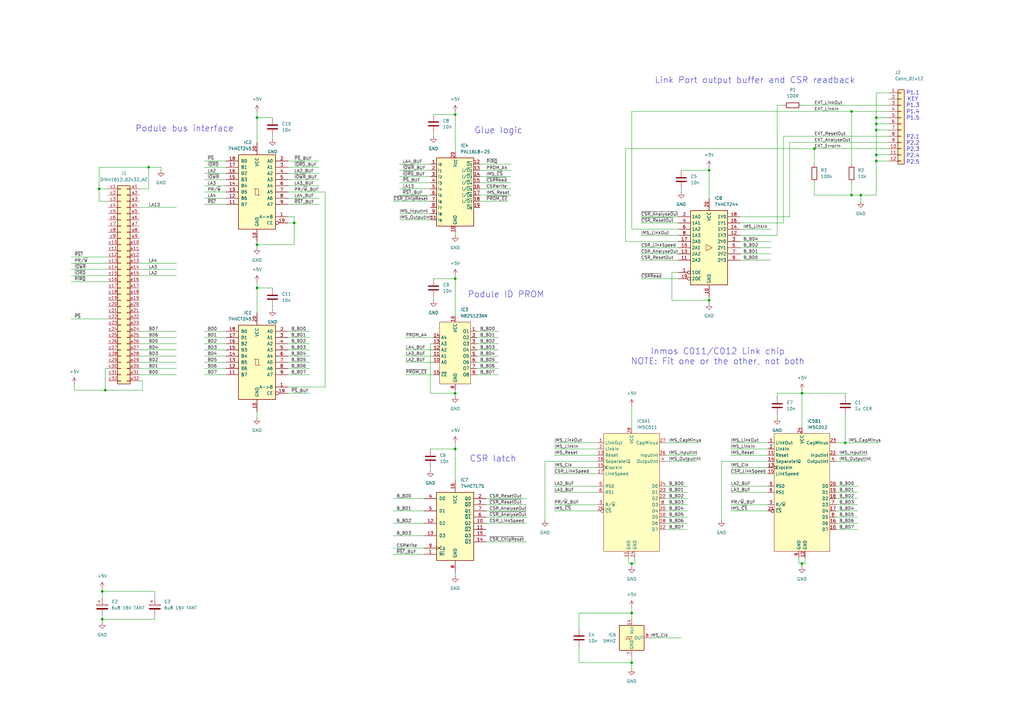
<source format=kicad_sch>
(kicad_sch (version 20250114) (generator "eeschema") (generator_version "9.0")
  (paper "A3")
  (title_block (title "TRANSPUTER LINK PODULE") (rev "ISS 1") (company "Gnome Computers Ltd, 1989") (comment 1 "Recreated by Phil Pemberton"))
  (text "Podule ID PROM" (at 207.518 120.904 0) (effects (font (size 2.54 2.54))))
  (text "Podule bus interface" (at 75.692 52.832 0) (effects (font (size 2.54 2.54))))
  (text "Glue logic" (at 204.47 53.594 0) (effects (font (size 2.54 2.54))))
  (text "CSR latch" (at 202.184 188.214 0) (effects (font (size 2.54 2.54))))
  (text "Link Port output buffer and CSR readback" (at 309.626 33.02 0) (effects (font (size 2.54 2.54))))
  (text "Inmos C011/C012 Link chip\nNOTE: Fit one or the other, not both" (at 294.386 146.304 0) (effects (font (size 2.54 2.54))))
  (text "P1.1\nKEY\nP1.3\nP1.4\nP1.5\n\n\nP2.1\nP2.2\nP2.3\nP2.4\nP2.5" (at 374.396 52.324 0) (effects (font (size 1.6 1.6))))
  (junction (at 359.41 50.8))
  (junction (at 40.64 77.47))
  (junction (at 259.08 231.14))
  (junction (at 359.41 66.04))
  (junction (at 359.41 53.34))
  (junction (at 186.69 46.99))
  (junction (at 105.41 48.26))
  (junction (at 328.93 161.29))
  (junction (at 120.65 91.44))
  (junction (at 41.91 242.57))
  (junction (at 186.69 184.15))
  (junction (at 290.83 123.19))
  (junction (at 259.08 251.46))
  (junction (at 346.71 181.61))
  (junction (at 186.69 161.29))
  (junction (at 349.25 45.72))
  (junction (at 359.41 63.5))
  (junction (at 60.96 68.58))
  (junction (at 349.25 80.01))
  (junction (at 359.41 48.26))
  (junction (at 43.18 160.02))
  (junction (at 334.01 60.96))
  (junction (at 105.41 118.11))
  (junction (at 41.91 254))
  (junction (at 328.93 231.14))
  (junction (at 105.41 100.33))
  (junction (at 259.08 271.78))
  (junction (at 353.06 80.01))
  (junction (at 186.69 114.3))
  (junction (at 290.83 69.85))
  (wire (pts (xy 57.15 110.49) (xy 72.39 110.49)))
  (wire (pts (xy 256.54 99.06) (xy 256.54 60.96)))
  (wire (pts (xy 105.41 101.6) (xy 105.41 100.33)))
  (wire (pts (xy 299.72 181.61) (xy 314.96 181.61)))
  (wire (pts (xy 273.05 212.09) (xy 281.94 212.09)))
  (wire (pts (xy 83.82 81.28) (xy 92.71 81.28)))
  (wire (pts (xy 105.41 48.26) (xy 111.76 48.26)))
  (wire (pts (xy 259.08 45.72) (xy 349.25 45.72)))
  (wire (pts (xy 83.82 83.82) (xy 92.71 83.82)))
  (wire (pts (xy 199.39 212.09) (xy 215.9 212.09)))
  (wire (pts (xy 57.15 135.89) (xy 72.39 135.89)))
  (wire (pts (xy 111.76 55.88) (xy 111.76 57.15)))
  (wire (pts (xy 199.39 204.47) (xy 215.9 204.47)))
  (wire (pts (xy 227.33 201.93) (xy 245.11 201.93)))
  (wire (pts (xy 279.4 77.47) (xy 279.4 78.74)))
  (wire (pts (xy 105.41 48.26) (xy 105.41 58.42)))
  (wire (pts (xy 195.58 153.67) (xy 204.47 153.67)))
  (wire (pts (xy 278.13 111.76) (xy 275.59 111.76)))
  (wire (pts (xy 364.49 50.8) (xy 359.41 50.8)))
  (wire (pts (xy 177.8 46.99) (xy 186.69 46.99)))
  (wire (pts (xy 118.11 66.04) (xy 130.81 66.04)))
  (wire (pts (xy 318.77 96.52) (xy 318.77 43.18)))
  (wire (pts (xy 237.49 251.46) (xy 259.08 251.46)))
  (wire (pts (xy 83.82 73.66) (xy 92.71 73.66)))
  (wire (pts (xy 166.37 153.67) (xy 177.8 153.67)))
  (wire (pts (xy 57.15 153.67) (xy 72.39 153.67)))
  (wire (pts (xy 334.01 60.96) (xy 334.01 67.31)))
  (wire (pts (xy 196.85 82.55) (xy 208.28 82.55)))
  (wire (pts (xy 290.83 123.19) (xy 290.83 124.46)))
  (wire (pts (xy 83.82 153.67) (xy 92.71 153.67)))
  (wire (pts (xy 303.53 106.68) (xy 316.23 106.68)))
  (wire (pts (xy 58.42 160.02) (xy 58.42 156.21)))
  (wire (pts (xy 118.11 78.74) (xy 133.35 78.74)))
  (wire (pts (xy 299.72 209.55) (xy 314.96 209.55)))
  (wire (pts (xy 41.91 241.3) (xy 41.91 242.57)))
  (wire (pts (xy 262.89 88.9) (xy 278.13 88.9)))
  (wire (pts (xy 328.93 161.29) (xy 346.71 161.29)))
  (wire (pts (xy 163.83 87.63) (xy 176.53 87.63)))
  (wire (pts (xy 273.05 201.93) (xy 281.94 201.93)))
  (wire (pts (xy 279.4 69.85) (xy 290.83 69.85)))
  (wire (pts (xy 328.93 160.02) (xy 328.93 161.29)))
  (wire (pts (xy 353.06 80.01) (xy 353.06 82.55)))
  (wire (pts (xy 83.82 76.2) (xy 92.71 76.2)))
  (wire (pts (xy 359.41 66.04) (xy 359.41 80.01)))
  (wire (pts (xy 41.91 254) (xy 63.5 254)))
  (wire (pts (xy 262.89 104.14) (xy 278.13 104.14)))
  (wire (pts (xy 105.41 118.11) (xy 105.41 128.27)))
  (wire (pts (xy 321.31 91.44) (xy 303.53 91.44)))
  (wire (pts (xy 118.11 153.67) (xy 127 153.67)))
  (wire (pts (xy 334.01 74.93) (xy 334.01 80.01)))
  (wire (pts (xy 43.18 151.13) (xy 43.18 160.02)))
  (wire (pts (xy 105.41 45.72) (xy 105.41 48.26)))
  (wire (pts (xy 29.21 130.81) (xy 44.45 130.81)))
  (wire (pts (xy 295.91 189.23) (xy 314.96 189.23)))
  (wire (pts (xy 290.83 121.92) (xy 290.83 123.19)))
  (wire (pts (xy 57.15 151.13) (xy 72.39 151.13)))
  (wire (pts (xy 223.52 213.36) (xy 223.52 189.23)))
  (wire (pts (xy 57.15 143.51) (xy 72.39 143.51)))
  (wire (pts (xy 327.66 228.6) (xy 327.66 231.14)))
  (wire (pts (xy 41.91 242.57) (xy 41.91 245.11)))
  (wire (pts (xy 83.82 135.89) (xy 92.71 135.89)))
  (wire (pts (xy 273.05 207.01) (xy 281.94 207.01)))
  (wire (pts (xy 328.93 43.18) (xy 364.49 43.18)))
  (wire (pts (xy 275.59 123.19) (xy 290.83 123.19)))
  (wire (pts (xy 195.58 151.13) (xy 204.47 151.13)))
  (wire (pts (xy 359.41 50.8) (xy 359.41 48.26)))
  (wire (pts (xy 118.11 76.2) (xy 130.81 76.2)))
  (wire (pts (xy 299.72 194.31) (xy 314.96 194.31)))
  (wire (pts (xy 118.11 151.13) (xy 127 151.13)))
  (wire (pts (xy 60.96 68.58) (xy 60.96 77.47)))
  (wire (pts (xy 299.72 199.39) (xy 314.96 199.39)))
  (wire (pts (xy 43.18 160.02) (xy 58.42 160.02)))
  (wire (pts (xy 177.8 121.92) (xy 177.8 123.19)))
  (wire (pts (xy 349.25 67.31) (xy 349.25 45.72)))
  (wire (pts (xy 195.58 138.43) (xy 204.47 138.43)))
  (wire (pts (xy 303.53 99.06) (xy 316.23 99.06)))
  (wire (pts (xy 44.45 77.47) (xy 40.64 77.47)))
  (wire (pts (xy 83.82 148.59) (xy 92.71 148.59)))
  (wire (pts (xy 120.65 91.44) (xy 120.65 100.33)))
  (wire (pts (xy 227.33 207.01) (xy 245.11 207.01)))
  (wire (pts (xy 303.53 93.98) (xy 316.23 93.98)))
  (wire (pts (xy 321.31 55.88) (xy 321.31 91.44)))
  (wire (pts (xy 299.72 201.93) (xy 314.96 201.93)))
  (wire (pts (xy 262.89 101.6) (xy 278.13 101.6)))
  (wire (pts (xy 163.83 67.31) (xy 176.53 67.31)))
  (wire (pts (xy 120.65 88.9) (xy 120.65 91.44)))
  (wire (pts (xy 299.72 184.15) (xy 314.96 184.15)))
  (wire (pts (xy 105.41 99.06) (xy 105.41 100.33)))
  (wire (pts (xy 166.37 138.43) (xy 177.8 138.43)))
  (wire (pts (xy 295.91 213.36) (xy 295.91 189.23)))
  (wire (pts (xy 196.85 74.93) (xy 209.55 74.93)))
  (wire (pts (xy 161.29 82.55) (xy 176.53 82.55)))
  (wire (pts (xy 29.21 113.03) (xy 44.45 113.03)))
  (wire (pts (xy 342.9 204.47) (xy 351.79 204.47)))
  (wire (pts (xy 328.93 161.29) (xy 328.93 175.26)))
  (wire (pts (xy 161.29 214.63) (xy 173.99 214.63)))
  (wire (pts (xy 346.71 161.29) (xy 346.71 162.56)))
  (wire (pts (xy 195.58 143.51) (xy 204.47 143.51)))
  (wire (pts (xy 364.49 60.96) (xy 334.01 60.96)))
  (wire (pts (xy 57.15 85.09) (xy 72.39 85.09)))
  (wire (pts (xy 83.82 146.05) (xy 92.71 146.05)))
  (wire (pts (xy 199.39 214.63) (xy 215.9 214.63)))
  (wire (pts (xy 118.11 135.89) (xy 127 135.89)))
  (wire (pts (xy 29.21 115.57) (xy 44.45 115.57)))
  (wire (pts (xy 29.21 105.41) (xy 44.45 105.41)))
  (wire (pts (xy 66.04 68.58) (xy 66.04 69.85)))
  (wire (pts (xy 177.8 114.3) (xy 186.69 114.3)))
  (wire (pts (xy 303.53 96.52) (xy 318.77 96.52)))
  (wire (pts (xy 299.72 186.69) (xy 314.96 186.69)))
  (wire (pts (xy 259.08 166.37) (xy 259.08 175.26)))
  (wire (pts (xy 196.85 67.31) (xy 209.55 67.31)))
  (wire (pts (xy 133.35 78.74) (xy 133.35 158.75)))
  (wire (pts (xy 195.58 146.05) (xy 204.47 146.05)))
  (wire (pts (xy 262.89 96.52) (xy 278.13 96.52)))
  (wire (pts (xy 186.69 184.15) (xy 186.69 196.85)))
  (wire (pts (xy 199.39 207.01) (xy 215.9 207.01)))
  (wire (pts (xy 259.08 248.92) (xy 259.08 251.46)))
  (wire (pts (xy 118.11 81.28) (xy 130.81 81.28)))
  (wire (pts (xy 186.69 46.99) (xy 186.69 62.23)))
  (wire (pts (xy 118.11 161.29) (xy 127 161.29)))
  (wire (pts (xy 328.93 161.29) (xy 318.77 161.29)))
  (wire (pts (xy 60.96 68.58) (xy 66.04 68.58)))
  (wire (pts (xy 163.83 72.39) (xy 176.53 72.39)))
  (wire (pts (xy 259.08 269.24) (xy 259.08 271.78)))
  (wire (pts (xy 186.69 114.3) (xy 186.69 113.03)))
  (wire (pts (xy 328.93 231.14) (xy 330.2 231.14)))
  (wire (pts (xy 186.69 181.61) (xy 186.69 184.15)))
  (wire (pts (xy 262.89 91.44) (xy 278.13 91.44)))
  (wire (pts (xy 299.72 191.77) (xy 314.96 191.77)))
  (wire (pts (xy 342.9 212.09) (xy 351.79 212.09)))
  (wire (pts (xy 257.81 228.6) (xy 257.81 231.14)))
  (wire (pts (xy 318.77 170.18) (xy 318.77 171.45)))
  (wire (pts (xy 321.31 55.88) (xy 364.49 55.88)))
  (wire (pts (xy 259.08 45.72) (xy 259.08 93.98)))
  (wire (pts (xy 195.58 135.89) (xy 204.47 135.89)))
  (wire (pts (xy 40.64 68.58) (xy 60.96 68.58)))
  (wire (pts (xy 364.49 63.5) (xy 359.41 63.5)))
  (wire (pts (xy 273.05 181.61) (xy 287.02 181.61)))
  (wire (pts (xy 44.45 82.55) (xy 40.64 82.55)))
  (wire (pts (xy 273.05 217.17) (xy 281.94 217.17)))
  (wire (pts (xy 118.11 88.9) (xy 120.65 88.9)))
  (wire (pts (xy 177.8 54.61) (xy 177.8 55.88)))
  (wire (pts (xy 199.39 222.25) (xy 215.9 222.25)))
  (wire (pts (xy 63.5 252.73) (xy 63.5 254)))
  (wire (pts (xy 359.41 63.5) (xy 359.41 53.34)))
  (wire (pts (xy 342.9 189.23) (xy 355.6 189.23)))
  (wire (pts (xy 118.11 143.51) (xy 127 143.51)))
  (wire (pts (xy 227.33 209.55) (xy 245.11 209.55)))
  (wire (pts (xy 118.11 71.12) (xy 130.81 71.12)))
  (wire (pts (xy 186.69 46.99) (xy 186.69 45.72)))
  (wire (pts (xy 83.82 78.74) (xy 92.71 78.74)))
  (wire (pts (xy 166.37 148.59) (xy 177.8 148.59)))
  (wire (pts (xy 290.83 68.58) (xy 290.83 69.85)))
  (wire (pts (xy 327.66 231.14) (xy 328.93 231.14)))
  (wire (pts (xy 257.81 231.14) (xy 259.08 231.14)))
  (wire (pts (xy 41.91 254) (xy 41.91 255.27)))
  (wire (pts (xy 29.21 110.49) (xy 44.45 110.49)))
  (wire (pts (xy 342.9 207.01) (xy 351.79 207.01)))
  (wire (pts (xy 342.9 214.63) (xy 351.79 214.63)))
  (wire (pts (xy 299.72 207.01) (xy 314.96 207.01)))
  (wire (pts (xy 83.82 143.51) (xy 92.71 143.51)))
  (wire (pts (xy 275.59 111.76) (xy 275.59 123.19)))
  (wire (pts (xy 349.25 74.93) (xy 349.25 80.01)))
  (wire (pts (xy 259.08 271.78) (xy 259.08 274.32)))
  (wire (pts (xy 323.85 58.42) (xy 364.49 58.42)))
  (wire (pts (xy 118.11 148.59) (xy 127 148.59)))
  (wire (pts (xy 161.29 227.33) (xy 173.99 227.33)))
  (wire (pts (xy 40.64 77.47) (xy 40.64 68.58)))
  (wire (pts (xy 237.49 265.43) (xy 237.49 271.78)))
  (wire (pts (xy 105.41 168.91) (xy 105.41 171.45)))
  (wire (pts (xy 163.83 77.47) (xy 176.53 77.47)))
  (wire (pts (xy 273.05 209.55) (xy 281.94 209.55)))
  (wire (pts (xy 196.85 69.85) (xy 209.55 69.85)))
  (wire (pts (xy 359.41 53.34) (xy 359.41 50.8)))
  (wire (pts (xy 161.29 204.47) (xy 173.99 204.47)))
  (wire (pts (xy 120.65 100.33) (xy 105.41 100.33)))
  (wire (pts (xy 290.83 69.85) (xy 290.83 81.28)))
  (wire (pts (xy 57.15 140.97) (xy 72.39 140.97)))
  (wire (pts (xy 342.9 209.55) (xy 351.79 209.55)))
  (wire (pts (xy 57.15 146.05) (xy 72.39 146.05)))
  (wire (pts (xy 41.91 242.57) (xy 63.5 242.57)))
  (wire (pts (xy 266.7 261.62) (xy 279.4 261.62)))
  (wire (pts (xy 256.54 60.96) (xy 334.01 60.96)))
  (wire (pts (xy 273.05 186.69) (xy 285.75 186.69)))
  (wire (pts (xy 273.05 214.63) (xy 281.94 214.63)))
  (wire (pts (xy 57.15 107.95) (xy 72.39 107.95)))
  (wire (pts (xy 186.69 160.02) (xy 186.69 161.29)))
  (wire (pts (xy 120.65 91.44) (xy 118.11 91.44)))
  (wire (pts (xy 273.05 189.23) (xy 285.75 189.23)))
  (wire (pts (xy 40.64 82.55) (xy 40.64 77.47)))
  (wire (pts (xy 323.85 88.9) (xy 323.85 58.42)))
  (wire (pts (xy 57.15 77.47) (xy 60.96 77.47)))
  (wire (pts (xy 359.41 63.5) (xy 359.41 66.04)))
  (wire (pts (xy 196.85 80.01) (xy 209.55 80.01)))
  (wire (pts (xy 57.15 138.43) (xy 72.39 138.43)))
  (wire (pts (xy 83.82 151.13) (xy 92.71 151.13)))
  (wire (pts (xy 105.41 115.57) (xy 105.41 118.11)))
  (wire (pts (xy 195.58 148.59) (xy 204.47 148.59)))
  (wire (pts (xy 177.8 140.97) (xy 176.53 140.97)))
  (wire (pts (xy 176.53 191.77) (xy 176.53 193.04)))
  (wire (pts (xy 118.11 68.58) (xy 130.81 68.58)))
  (wire (pts (xy 330.2 228.6) (xy 330.2 231.14)))
  (wire (pts (xy 346.71 181.61) (xy 360.68 181.61)))
  (wire (pts (xy 176.53 184.15) (xy 186.69 184.15)))
  (wire (pts (xy 161.29 209.55) (xy 173.99 209.55)))
  (wire (pts (xy 342.9 186.69) (xy 355.6 186.69)))
  (wire (pts (xy 227.33 191.77) (xy 245.11 191.77)))
  (wire (pts (xy 260.35 231.14) (xy 259.08 231.14)))
  (wire (pts (xy 166.37 146.05) (xy 177.8 146.05)))
  (wire (pts (xy 262.89 106.68) (xy 278.13 106.68)))
  (wire (pts (xy 359.41 66.04) (xy 364.49 66.04)))
  (wire (pts (xy 227.33 199.39) (xy 245.11 199.39)))
  (wire (pts (xy 83.82 68.58) (xy 92.71 68.58)))
  (wire (pts (xy 196.85 72.39) (xy 209.55 72.39)))
  (wire (pts (xy 83.82 138.43) (xy 92.71 138.43)))
  (wire (pts (xy 227.33 186.69) (xy 245.11 186.69)))
  (wire (pts (xy 359.41 48.26) (xy 364.49 48.26)))
  (wire (pts (xy 30.48 160.02) (xy 30.48 157.48)))
  (wire (pts (xy 111.76 125.73) (xy 111.76 127)))
  (wire (pts (xy 349.25 80.01) (xy 353.06 80.01)))
  (wire (pts (xy 342.9 199.39) (xy 351.79 199.39)))
  (wire (pts (xy 199.39 209.55) (xy 215.9 209.55)))
  (wire (pts (xy 273.05 199.39) (xy 281.94 199.39)))
  (wire (pts (xy 163.83 80.01) (xy 176.53 80.01)))
  (wire (pts (xy 41.91 252.73) (xy 41.91 254)))
  (wire (pts (xy 303.53 88.9) (xy 323.85 88.9)))
  (wire (pts (xy 83.82 140.97) (xy 92.71 140.97)))
  (wire (pts (xy 262.89 114.3) (xy 278.13 114.3)))
  (wire (pts (xy 161.29 224.79) (xy 173.99 224.79)))
  (wire (pts (xy 186.69 234.95) (xy 186.69 236.22)))
  (wire (pts (xy 29.21 107.95) (xy 44.45 107.95)))
  (wire (pts (xy 118.11 146.05) (xy 127 146.05)))
  (wire (pts (xy 328.93 231.14) (xy 328.93 232.41)))
  (wire (pts (xy 30.48 160.02) (xy 43.18 160.02)))
  (wire (pts (xy 346.71 170.18) (xy 346.71 181.61)))
  (wire (pts (xy 196.85 77.47) (xy 209.55 77.47)))
  (wire (pts (xy 318.77 43.18) (xy 321.31 43.18)))
  (wire (pts (xy 334.01 80.01) (xy 349.25 80.01)))
  (wire (pts (xy 237.49 271.78) (xy 259.08 271.78)))
  (wire (pts (xy 237.49 257.81) (xy 237.49 251.46)))
  (wire (pts (xy 260.35 228.6) (xy 260.35 231.14)))
  (wire (pts (xy 161.29 219.71) (xy 173.99 219.71)))
  (wire (pts (xy 303.53 104.14) (xy 316.23 104.14)))
  (wire (pts (xy 57.15 148.59) (xy 72.39 148.59)))
  (wire (pts (xy 227.33 194.31) (xy 245.11 194.31)))
  (wire (pts (xy 223.52 189.23) (xy 245.11 189.23)))
  (wire (pts (xy 278.13 99.06) (xy 256.54 99.06)))
  (wire (pts (xy 133.35 158.75) (xy 118.11 158.75)))
  (wire (pts (xy 57.15 113.03) (xy 72.39 113.03)))
  (wire (pts (xy 118.11 138.43) (xy 127 138.43)))
  (wire (pts (xy 163.83 90.17) (xy 176.53 90.17)))
  (wire (pts (xy 359.41 38.1) (xy 359.41 48.26)))
  (wire (pts (xy 118.11 83.82) (xy 130.81 83.82)))
  (wire (pts (xy 303.53 101.6) (xy 316.23 101.6)))
  (wire (pts (xy 227.33 184.15) (xy 245.11 184.15)))
  (wire (pts (xy 186.69 114.3) (xy 186.69 129.54)))
  (wire (pts (xy 176.53 161.29) (xy 186.69 161.29)))
  (wire (pts (xy 359.41 80.01) (xy 353.06 80.01)))
  (wire (pts (xy 259.08 231.14) (xy 259.08 232.41)))
  (wire (pts (xy 342.9 201.93) (xy 351.79 201.93)))
  (wire (pts (xy 273.05 204.47) (xy 281.94 204.47)))
  (wire (pts (xy 163.83 74.93) (xy 176.53 74.93)))
  (wire (pts (xy 44.45 151.13) (xy 43.18 151.13)))
  (wire (pts (xy 364.49 38.1) (xy 359.41 38.1)))
  (wire (pts (xy 227.33 181.61) (xy 245.11 181.61)))
  (wire (pts (xy 163.83 69.85) (xy 176.53 69.85)))
  (wire (pts (xy 342.9 217.17) (xy 351.79 217.17)))
  (wire (pts (xy 118.11 140.97) (xy 127 140.97)))
  (wire (pts (xy 186.69 95.25) (xy 186.69 96.52)))
  (wire (pts (xy 259.08 93.98) (xy 278.13 93.98)))
  (wire (pts (xy 83.82 71.12) (xy 92.71 71.12)))
  (wire (pts (xy 176.53 140.97) (xy 176.53 161.29)))
  (wire (pts (xy 186.69 162.56) (xy 186.69 161.29)))
  (wire (pts (xy 118.11 73.66) (xy 130.81 73.66)))
  (wire (pts (xy 105.41 118.11) (xy 111.76 118.11)))
  (wire (pts (xy 349.25 45.72) (xy 364.49 45.72)))
  (wire (pts (xy 259.08 251.46) (xy 259.08 254)))
  (wire (pts (xy 63.5 245.11) (xy 63.5 242.57)))
  (wire (pts (xy 58.42 156.21) (xy 57.15 156.21)))
  (wire (pts (xy 195.58 140.97) (xy 204.47 140.97)))
  (wire (pts (xy 364.49 53.34) (xy 359.41 53.34)))
  (wire (pts (xy 346.71 181.61) (xy 342.9 181.61)))
  (wire (pts (xy 318.77 161.29) (xy 318.77 162.56)))
  (wire (pts (xy 166.37 143.51) (xy 177.8 143.51)))
  (wire (pts (xy 83.82 66.04) (xy 92.71 66.04)))
  (label "IMS_InputInt" (at 344.17 186.69 0))
  (label "BD1" (at 85.09 138.43 0))
  (label "EXT_ResetOut" (at 334.01 55.88 0))
  (label "B_BD0" (at 196.85 135.89 0))
  (label "PR{slash}~{W}_BUF" (at 299.72 207.01 0))
  (label "B_BD2" (at 196.85 140.97 0))
  (label "LA2_BUF" (at 227.33 199.39 0))
  (label "BD5" (at 85.09 148.59 0))
  (label "LA2" (at 60.96 113.03 0))
  (label "B_BD7" (at 119.38 153.67 0))
  (label "CSR_ResetOut" (at 262.89 106.68 0))
  (label "~{CSR_AnalyseOut}" (at 262.89 88.9 0))
  (label "IMS_LinkOut" (at 299.72 181.61 0))
  (label "PR{slash}~{W}_BUF" (at 227.33 207.01 0))
  (label "IMS_Clk" (at 299.72 191.77 0))
  (label "PR{slash}~{W}_BUF" (at 120.65 78.74 0))
  (label "EXT_ErrorIn" (at 334.01 60.96 0))
  (label "LA4_BUF" (at 120.65 81.28 0))
  (label "B_BD0" (at 344.17 199.39 0))
  (label "~{IOWR}" (at 85.09 73.66 0))
  (label "~{IORD}_BUF" (at 120.65 68.58 0))
  (label "~{IOWR}" (at 30.48 110.49 0))
  (label "IMS_LinkOut" (at 262.89 96.52 0))
  (label "B_BD1" (at 304.8 104.14 0))
  (label "BD0" (at 60.96 153.67 0))
  (label "EXT_AnalyseOut" (at 334.01 58.42 0))
  (label "EXT_LinkOut" (at 334.01 43.18 0))
  (label "~{PS}_BUF" (at 119.38 161.29 0))
  (label "~{RST}_BUF" (at 165.1 80.01 0))
  (label "B_BD6" (at 274.32 214.63 0))
  (label "IMS_InputInt" (at 274.32 186.69 0))
  (label "IMS_CapMinus" (at 274.32 181.61 0))
  (label "~{RST}_BUF" (at 162.56 227.33 0))
  (label "IMS_Clk" (at 227.33 191.77 0))
  (label "B_BD5" (at 196.85 148.59 0))
  (label "~{CSR_ChipReset}" (at 161.29 82.55 0))
  (label "B_BD0" (at 304.8 106.68 0))
  (label "~{RST}_BUF" (at 120.65 83.82 0))
  (label "IMS_~{CS}" (at 199.39 72.39 0))
  (label "IMS_LinkIn" (at 227.33 184.15 0))
  (label "IMS_CapMinus" (at 347.98 181.61 0))
  (label "PR{slash}~{W}" (at 30.48 107.95 0))
  (label "IMS_LinkIn" (at 304.8 93.98 0))
  (label "IMS_Reset" (at 227.33 186.69 0))
  (label "~{IOWR}_BUF" (at 165.1 69.85 0))
  (label "CSR_LinkSpeed" (at 299.72 194.31 0))
  (label "CSRWrite" (at 199.39 77.47 0))
  (label "B_BD5" (at 119.38 148.59 0))
  (label "BD7" (at 85.09 153.67 0))
  (label "B_BD4" (at 196.85 146.05 0))
  (label "LA3" (at 60.96 110.49 0))
  (label "B_BD2" (at 162.56 214.63 0))
  (label "IMS_~{CS}" (at 227.33 209.55 0))
  (label "BD6" (at 85.09 151.13 0))
  (label "B_BD7" (at 274.32 217.17 0))
  (label "LA4_BUF" (at 166.37 143.51 0))
  (label "LA3_BUF" (at 299.72 201.93 0))
  (label "B_BD3" (at 274.32 207.01 0))
  (label "B_BD4" (at 274.32 209.55 0))
  (label "BD6" (at 60.96 138.43 0))
  (label "B_BD2" (at 119.38 140.97 0))
  (label "B_BD1" (at 162.56 209.55 0))
  (label "~{IORD}_BUF" (at 165.1 72.39 0))
  (label "BD7" (at 60.96 135.89 0))
  (label "B_BD1" (at 274.32 201.93 0))
  (label "B_BD1" (at 344.17 201.93 0))
  (label "~{CSR_AnalyseOut}" (at 200.66 212.09 0))
  (label "B_BD7" (at 344.17 217.17 0))
  (label "B_BD5" (at 344.17 212.09 0))
  (label "IMS_Reset" (at 299.72 186.69 0))
  (label "CSR_LinkSpeed" (at 200.66 214.63 0))
  (label "~{CSR_ResetOut}" (at 200.66 207.01 0))
  (label "B_BD2" (at 304.8 101.6 0))
  (label "CSR_LinkSpeed" (at 262.89 101.6 0))
  (label "LA2_BUF" (at 166.37 148.59 0))
  (label "~{PS}" (at 85.09 66.04 0))
  (label "BD3" (at 85.09 143.51 0))
  (label "IMS_Reset" (at 199.39 80.01 0))
  (label "B_BD6" (at 119.38 151.13 0))
  (label "B_BD7" (at 196.85 153.67 0))
  (label "BD5" (at 60.96 140.97 0))
  (label "~{RST}" (at 30.48 105.41 0))
  (label "CSR_AnalyseOut" (at 262.89 104.14 0))
  (label "CSR_LinkSpeed" (at 227.33 194.31 0))
  (label "~{IOWR}_BUF" (at 120.65 73.66 0))
  (label "BD4" (at 60.96 143.51 0))
  (label "~{IORD}" (at 85.09 68.58 0))
  (label "B_BD2" (at 344.17 204.47 0))
  (label "B_BD3" (at 162.56 219.71 0))
  (label "B_BD3" (at 119.38 143.51 0))
  (label "~{RST}" (at 85.09 83.82 0))
  (label "IMS_Clk" (at 266.7 261.62 0))
  (label "~{CSR_ChipReset}" (at 200.66 222.25 0))
  (label "BD1" (at 60.96 151.13 0))
  (label "B_BD1" (at 119.38 138.43 0))
  (label "LA3_BUF" (at 227.33 201.93 0))
  (label "LA2_BUF" (at 120.65 71.12 0))
  (label "CSRWrite" (at 162.56 224.79 0))
  (label "B_BD0" (at 162.56 204.47 0))
  (label "CSR_ResetOut" (at 200.66 204.47 0))
  (label "B_BD6" (at 344.17 214.63 0))
  (label "~{PIRQ}" (at 199.39 67.31 0))
  (label "B_BD4" (at 344.17 209.55 0))
  (label "LA13" (at 165.1 77.47 0))
  (label "IMS_OutputInt" (at 163.83 90.17 0))
  (label "LA3_BUF" (at 120.65 76.2 0))
  (label "LA4_BUF" (at 165.1 67.31 0))
  (label "LA2" (at 85.09 71.12 0))
  (label "B_BD0" (at 274.32 199.39 0))
  (label "~{PROM_CE}" (at 166.37 153.67 0))
  (label "BD0" (at 85.09 135.89 0))
  (label "B_BD0" (at 119.38 135.89 0))
  (label "BD3" (at 60.96 146.05 0))
  (label "LA13" (at 60.96 85.09 0))
  (label "IMS_OutputInt" (at 274.32 189.23 0))
  (label "LA4" (at 60.96 107.95 0))
  (label "B_BD4" (at 119.38 146.05 0))
  (label "BD2" (at 85.09 140.97 0))
  (label "~{CSRRead}" (at 262.89 114.3 0))
  (label "IMS_LinkIn" (at 299.72 184.15 0))
  (label "EXT_LinkIn" (at 334.01 45.72 0))
  (label "~{PS}" (at 30.48 130.81 0))
  (label "B_BD3" (at 344.17 207.01 0))
  (label "~{PIRQ}" (at 30.48 115.57 0))
  (label "BD2" (at 60.96 148.59 0))
  (label "IMS_LinkOut" (at 227.33 181.61 0))
  (label "B_BD6" (at 196.85 151.13 0))
  (label "BD4" (at 85.09 146.05 0))
  (label "B_BD3" (at 196.85 143.51 0))
  (label "~{PS}_BUF" (at 120.65 66.04 0))
  (label "B_BD5" (at 274.32 212.09 0))
  (label "PROM_A4" (at 199.39 69.85 0))
  (label "LA2_BUF" (at 299.72 199.39 0))
  (label "PR{slash}~{W}" (at 85.09 78.74 0))
  (label "~{CSRRead}" (at 199.39 74.93 0))
  (label "B_BD4" (at 304.8 99.06 0))
  (label "~{PS}_BUF" (at 165.1 74.93 0))
  (label "~{IORD}" (at 30.48 113.03 0))
  (label "CSR_AnalyseOut" (at 200.66 209.55 0))
  (label "B_BD2" (at 274.32 204.47 0))
  (label "IMS_InputInt" (at 163.83 87.63 0))
  (label "IMS_OutputInt" (at 344.17 189.23 0))
  (label "LA4" (at 85.09 81.28 0))
  (label "LA3" (at 85.09 76.2 0))
  (label "~{PROM_CE}" (at 199.39 82.55 0))
  (label "~{CSR_ResetOut}" (at 262.89 91.44 0))
  (label "LA3_BUF" (at 166.37 146.05 0))
  (label "PROM_A4" (at 166.37 138.43 0))
  (label "IMS_~{CS}" (at 299.72 209.55 0))
  (label "B_BD1" (at 196.85 138.43 0))
  (symbol (lib_id "power:GND") (at 105.41 101.6 0) (unit 1)
    (property "Reference" "#PWR017" (effects (hide yes)))
    (property "Value" "GND" (at 105.41 106.68 0))
    (property "Description" "Power symbol creates a global label with name \"GND\" , ground" (effects (hide yes)))
  )
  (symbol (lib_id "Device:C") (at 111.76 52.07 0) (unit 1)
    (property "Reference" "C10" (at 115.57 50.7999 0) (effects (justify left)))
    (property "Value" "10n" (at 115.57 53.3399 0) (effects (justify left)))
    (property "Footprint" "C_Disc_D4.3mm_W1.9mm_P5.00mm" (effects (hide yes)))
    (property "Description" "Unpolarized capacitor" (effects (hide yes)))
  )
  (symbol (lib_id "Device:C") (at 346.71 166.37 0) (unit 1)
    (property "Reference" "C1" (at 350.52 165.0999 0) (effects (justify left)))
    (property "Value" "1u CER" (at 350.52 167.6399 0) (effects (justify left)))
    (property "Footprint" "C_Disc_D4.3mm_W1.9mm_P5.00mm" (effects (hide yes)))
    (property "Description" "Unpolarized capacitor" (effects (hide yes)))
  )
  (symbol (lib_id "power:+5V") (at 290.83 68.58 0) (unit 1)
    (property "Reference" "#PWR09" (effects (hide yes)))
    (property "Value" "+5V" (at 290.83 63.5 0))
    (property "Description" "Power symbol creates a global label with name \"+5V\"" (effects (hide yes)))
  )
  (symbol (lib_id "Device:C") (at 176.53 187.96 0) (unit 1)
    (property "Reference" "C6" (at 180.34 186.6899 0) (effects (justify left)))
    (property "Value" "10n" (at 180.34 189.2299 0) (effects (justify left)))
    (property "Footprint" "C_Disc_D4.3mm_W1.9mm_P5.00mm" (effects (hide yes)))
    (property "Description" "Unpolarized capacitor" (effects (hide yes)))
  )
  (symbol (lib_id "power:+5V") (at 105.41 45.72 0) (unit 1)
    (property "Reference" "#PWR018" (effects (hide yes)))
    (property "Value" "+5V" (at 105.41 40.64 0))
    (property "Description" "Power symbol creates a global label with name \"+5V\"" (effects (hide yes)))
  )
  (symbol (lib_id "Device:C") (at 177.8 118.11 0) (unit 1)
    (property "Reference" "C9" (at 181.61 116.8399 0) (effects (justify left)))
    (property "Value" "10n" (at 181.61 119.3799 0) (effects (justify left)))
    (property "Footprint" "C_Disc_D4.3mm_W1.9mm_P5.00mm" (effects (hide yes)))
    (property "Description" "Unpolarized capacitor" (effects (hide yes)))
  )
  (symbol (lib_id "Device:R") (at 349.25 71.12 180) (unit 1)
    (property "Reference" "R2" (at 351.79 69.8499 0) (effects (justify right)))
    (property "Value" "10k" (at 351.79 72.3899 0) (effects (justify right)))
    (property "Footprint" "R_Axial_DIN0207_L6.3mm_D2.5mm_P10.16mm_Horizontal" (effects (hide yes)))
    (property "Description" "Resistor" (effects (hide yes)))
  )
  (symbol (lib_id "power:+5V") (at 41.91 241.3 0) (unit 1)
    (property "Reference" "#PWR06" (effects (hide yes)))
    (property "Value" "+5V" (at 41.91 236.22 0))
    (property "Description" "Power symbol creates a global label with name \"+5V\"" (effects (hide yes)))
  )
  (symbol (lib_id "Device:R") (at 325.12 43.18 90) (unit 1)
    (property "Reference" "R1" (at 325.12 36.83 90))
    (property "Value" "100R" (at 325.12 39.37 90))
    (property "Footprint" "R_Axial_DIN0207_L6.3mm_D2.5mm_P10.16mm_Horizontal" (effects (hide yes)))
    (property "Description" "Resistor" (effects (hide yes)))
  )
  (symbol (lib_id "power:GND") (at 223.52 213.36 0) (unit 1)
    (property "Reference" "#PWR033" (effects (hide yes)))
    (property "Value" "GND" (at 223.52 218.44 0))
    (property "Description" "Power symbol creates a global label with name \"GND\" , ground" (effects (hide yes)))
  )
  (symbol (lib_id "00_TransputerExtras:IMSC011_Mode2") (at 259.08 201.93 0) (unit 1)
    (property "Reference" "IC5A1" (at 261.2233 172.72 0) (effects (justify left)))
    (property "Value" "IMSC011" (at 261.2233 175.26 0) (effects (justify left)))
    (property "Footprint" "DIP-28_W15.24mm" (effects (hide yes)))
  )
  (symbol (lib_id "power:+5V") (at 186.69 45.72 0) (unit 1)
    (property "Reference" "#PWR020" (effects (hide yes)))
    (property "Value" "+5V" (at 186.69 40.64 0))
    (property "Description" "Power symbol creates a global label with name \"+5V\"" (effects (hide yes)))
  )
  (symbol (lib_id "power:GND") (at 328.93 232.41 0) (unit 1)
    (property "Reference" "#PWR030" (effects (hide yes)))
    (property "Value" "GND" (at 328.93 237.49 0))
    (property "Description" "Power symbol creates a global label with name \"GND\" , ground" (effects (hide yes)))
  )
  (symbol (lib_id "power:GND") (at 295.91 213.36 0) (unit 1)
    (property "Reference" "#PWR032" (effects (hide yes)))
    (property "Value" "GND" (at 295.91 218.44 0))
    (property "Description" "Power symbol creates a global label with name \"GND\" , ground" (effects (hide yes)))
  )
  (symbol (lib_id "power:GND") (at 66.04 69.85 0) (mirror y) (unit 1)
    (property "Reference" "#PWR04" (effects (hide yes)))
    (property "Value" "GND" (at 66.04 74.93 0))
    (property "Description" "Power symbol creates a global label with name \"GND\" , ground" (effects (hide yes)))
  )
  (symbol (lib_id "Device:C") (at 111.76 121.92 0) (unit 1)
    (property "Reference" "C11" (at 115.57 120.6499 0) (effects (justify left)))
    (property "Value" "10n" (at 115.57 123.1899 0) (effects (justify left)))
    (property "Footprint" "C_Disc_D4.3mm_W1.9mm_P5.00mm" (effects (hide yes)))
    (property "Description" "Unpolarized capacitor" (effects (hide yes)))
  )
  (symbol (lib_id "power:GND") (at 259.08 274.32 0) (unit 1)
    (property "Reference" "#PWR08" (effects (hide yes)))
    (property "Value" "GND" (at 259.08 279.4 0))
    (property "Description" "Power symbol creates a global label with name \"GND\" , ground" (effects (hide yes)))
  )
  (symbol (lib_id "Device:R") (at 334.01 71.12 0) (unit 1)
    (property "Reference" "R3" (at 336.55 69.8499 0) (effects (justify left)))
    (property "Value" "100k" (at 336.55 72.3899 0) (effects (justify left)))
    (property "Footprint" "R_Axial_DIN0207_L6.3mm_D2.5mm_P10.16mm_Horizontal" (effects (hide yes)))
    (property "Description" "Resistor" (effects (hide yes)))
  )
  (symbol (lib_id "power:GND") (at 41.91 255.27 0) (unit 1)
    (property "Reference" "#PWR05" (effects (hide yes)))
    (property "Value" "GND" (at 41.91 260.35 0))
    (property "Description" "Power symbol creates a global label with name \"GND\" , ground" (effects (hide yes)))
  )
  (symbol (lib_id "74xx:74LS175") (at 186.69 214.63 0) (unit 1)
    (property "Reference" "IC7" (at 188.8333 196.85 0) (effects (justify left)))
    (property "Value" "74HCT175" (at 188.8333 199.39 0) (effects (justify left)))
    (property "Footprint" "DIP-16_W7.62mm" (effects (hide yes)))
    (property "Datasheet" "http://www.ti.com/lit/gpn/sn74LS175" (effects (hide yes)))
    (property "Description" "4-bit D Flip-Flop, reset" (effects (hide yes)))
  )
  (symbol (lib_id "power:GND") (at 279.4 78.74 0) (unit 1)
    (property "Reference" "#PWR011" (effects (hide yes)))
    (property "Value" "GND" (at 279.4 83.82 0))
    (property "Description" "Power symbol creates a global label with name \"GND\" , ground" (effects (hide yes)))
  )
  (symbol (lib_id "Connector:DIN41612_02x32_AC") (at 52.07 115.57 0) (mirror y) (unit 1)
    (property "Reference" "J1" (at 50.8 71.12 0))
    (property "Value" "DIN41612_02x32_AC" (at 50.8 73.66 0))
    (property "Footprint" "DIN41612_C_2x32_Male_Horizontal_THT" (effects (hide yes)))
    (property "Description" "DIN41612 connector, double row (AC), 02x32, script generated (kicad-library-utils/schlib/autogen/connector/)" (effects (hide yes)))
  )
  (symbol (lib_id "74xx:74HC245") (at 105.41 78.74 0) (mirror y) (unit 1)
    (property "Reference" "IC2" (at 103.2667 58.42 0) (effects (justify left)))
    (property "Value" "74HCT245" (at 103.2667 60.96 0) (effects (justify left)))
    (property "Footprint" "DIP-20_W7.62mm" (effects (hide yes)))
    (property "Datasheet" "http://www.ti.com/lit/gpn/sn74HC245" (effects (hide yes)))
    (property "Description" "Octal BUS Transceivers, 3-State outputs" (effects (hide yes)))
  )
  (symbol (lib_id "power:+5V") (at 30.48 157.48 0) (mirror y) (unit 1)
    (property "Reference" "#PWR03" (effects (hide yes)))
    (property "Value" "+5V" (at 30.48 152.4 0))
    (property "Description" "Power symbol creates a global label with name \"+5V\"" (effects (hide yes)))
  )
  (symbol (lib_id "power:GND") (at 111.76 57.15 0) (unit 1)
    (property "Reference" "#PWR019" (effects (hide yes)))
    (property "Value" "GND" (at 111.76 62.23 0))
    (property "Description" "Power symbol creates a global label with name \"GND\" , ground" (effects (hide yes)))
  )
  (symbol (lib_id "power:+5V") (at 259.08 248.92 0) (unit 1)
    (property "Reference" "#PWR07" (effects (hide yes)))
    (property "Value" "+5V" (at 259.08 243.84 0))
    (property "Description" "Power symbol creates a global label with name \"+5V\"" (effects (hide yes)))
  )
  (symbol (lib_id "Device:C_Polarized") (at 63.5 248.92 0) (unit 1)
    (property "Reference" "C3" (at 67.31 246.7609 0) (effects (justify left)))
    (property "Value" "6u8 16V TANT" (at 67.31 249.3009 0) (effects (justify left)))
    (property "Footprint" "CP_Radial_Tantal_D8.0mm_P5.00mm" (effects (hide yes)))
    (property "Description" "Polarized capacitor" (effects (hide yes)))
  )
  (symbol (lib_id "Device:C") (at 237.49 261.62 0) (unit 1)
    (property "Reference" "C4" (at 241.3 260.3499 0) (effects (justify left)))
    (property "Value" "10n" (at 241.3 262.8899 0) (effects (justify left)))
    (property "Footprint" "C_Disc_D4.3mm_W1.9mm_P5.00mm" (effects (hide yes)))
    (property "Description" "Unpolarized capacitor" (effects (hide yes)))
  )
  (symbol (lib_id "power:GND") (at 259.08 232.41 0) (unit 1)
    (property "Reference" "#PWR029" (effects (hide yes)))
    (property "Value" "GND" (at 259.08 237.49 0))
    (property "Description" "Power symbol creates a global label with name \"GND\" , ground" (effects (hide yes)))
  )
  (symbol (lib_id "power:GND") (at 177.8 55.88 0) (unit 1)
    (property "Reference" "#PWR021" (effects (hide yes)))
    (property "Value" "GND" (at 177.8 60.96 0))
    (property "Description" "Power symbol creates a global label with name \"GND\" , ground" (effects (hide yes)))
  )
  (symbol (lib_id "74xx:74HCT244") (at 290.83 101.6 0) (unit 1)
    (property "Reference" "IC8" (at 292.9733 81.28 0) (effects (justify left)))
    (property "Value" "74HCT244" (at 292.9733 83.82 0) (effects (justify left)))
    (property "Footprint" "DIP-20_W7.62mm" (effects (hide yes)))
    (property "Datasheet" "https://assets.nexperia.com/documents/data-sheet/74HC_HCT244.pdf" (effects (hide yes)))
    (property "Description" "8-bit Buffer/Line Driver 3-state" (effects (hide yes)))
  )
  (symbol (lib_id "Oscillator:DGOF5S3") (at 259.08 261.62 0) (unit 1)
    (property "Reference" "IC6" (at 252.73 260.3499 0) (effects (justify right)))
    (property "Value" "5MHZ" (at 252.73 262.8899 0) (effects (justify right)))
    (property "Footprint" "Oscillator:Oscillator_DIP-14" (effects (hide yes)))
    (property "Datasheet" "http://www.conwin.com/datasheets/cx/cx030.pdf" (effects (hide yes)))
    (property "Description" "HCMOS Crystal Clock Oscillator, DIP14-style metal package" (effects (hide yes)))
  )
  (symbol (lib_id "power:+5V") (at 186.69 181.61 0) (unit 1)
    (property "Reference" "#PWR012" (effects (hide yes)))
    (property "Value" "+5V" (at 186.69 176.53 0))
    (property "Description" "Power symbol creates a global label with name \"+5V\"" (effects (hide yes)))
  )
  (symbol (lib_id "00_TransputerExtras:82S123") (at 186.69 144.78 0) (unit 1)
    (property "Reference" "IC3" (at 188.8333 127 0) (effects (justify left)))
    (property "Value" "N82S123AN" (at 188.8333 129.54 0) (effects (justify left)))
    (property "Footprint" "DIP-16_W7.62mm" (effects (hide yes)))
  )
  (symbol (lib_id "Connector_Generic:Conn_01x12") (at 369.57 50.8 0) (unit 1)
    (property "Reference" "J2" (at 367.03 29.718 0) (effects (justify left)))
    (property "Value" "Conn_01x12" (at 367.03 32.258 0) (effects (justify left)))
    (property "Footprint" "PinHeader_1x12_P2.54mm_Horizontal" (effects (hide yes)))
    (property "Description" "Generic connector, single row, 01x12, script generated (kicad-library-utils/schlib/autogen/connector/)" (effects (hide yes)))
  )
  (symbol (lib_id "Device:C") (at 279.4 73.66 0) (unit 1)
    (property "Reference" "C5" (at 283.21 72.3899 0) (effects (justify left)))
    (property "Value" "10n" (at 283.21 74.9299 0) (effects (justify left)))
    (property "Footprint" "C_Disc_D4.3mm_W1.9mm_P5.00mm" (effects (hide yes)))
    (property "Description" "Unpolarized capacitor" (effects (hide yes)))
  )
  (symbol (lib_id "power:+5V") (at 186.69 113.03 0) (unit 1)
    (property "Reference" "#PWR025" (effects (hide yes)))
    (property "Value" "+5V" (at 186.69 107.95 0))
    (property "Description" "Power symbol creates a global label with name \"+5V\"" (effects (hide yes)))
  )
  (symbol (lib_id "Device:C") (at 318.77 166.37 0) (unit 1)
    (property "Reference" "C7" (at 322.58 165.0999 0) (effects (justify left)))
    (property "Value" "10n" (at 322.58 167.6399 0) (effects (justify left)))
    (property "Footprint" "C_Disc_D4.3mm_W1.9mm_P5.00mm" (effects (hide yes)))
    (property "Description" "Unpolarized capacitor" (effects (hide yes)))
  )
  (symbol (lib_id "power:GND") (at 186.69 162.56 0) (unit 1)
    (property "Reference" "#PWR026" (effects (hide yes)))
    (property "Value" "GND" (at 186.69 167.64 0))
    (property "Description" "Power symbol creates a global label with name \"GND\" , ground" (effects (hide yes)))
  )
  (symbol (lib_id "power:GND") (at 186.69 236.22 0) (unit 1)
    (property "Reference" "#PWR013" (effects (hide yes)))
    (property "Value" "GND" (at 186.69 241.3 0))
    (property "Description" "Power symbol creates a global label with name \"GND\" , ground" (effects (hide yes)))
  )
  (symbol (lib_id "power:GND") (at 105.41 171.45 0) (unit 1)
    (property "Reference" "#PWR01" (effects (hide yes)))
    (property "Value" "GND" (at 105.41 176.53 0))
    (property "Description" "Power symbol creates a global label with name \"GND\" , ground" (effects (hide yes)))
  )
  (symbol (lib_id "power:GND") (at 176.53 193.04 0) (unit 1)
    (property "Reference" "#PWR014" (effects (hide yes)))
    (property "Value" "GND" (at 176.53 198.12 0))
    (property "Description" "Power symbol creates a global label with name \"GND\" , ground" (effects (hide yes)))
  )
  (symbol (lib_id "power:GND") (at 186.69 96.52 0) (unit 1)
    (property "Reference" "#PWR022" (effects (hide yes)))
    (property "Value" "GND" (at 186.69 101.6 0))
    (property "Description" "Power symbol creates a global label with name \"GND\" , ground" (effects (hide yes)))
  )
  (symbol (lib_id "74xx:74HC245") (at 105.41 148.59 0) (mirror y) (unit 1)
    (property "Reference" "IC1" (at 103.2667 128.27 0) (effects (justify left)))
    (property "Value" "74HCT245" (at 103.2667 130.81 0) (effects (justify left)))
    (property "Footprint" "DIP-20_W7.62mm" (effects (hide yes)))
    (property "Datasheet" "http://www.ti.com/lit/gpn/sn74HC245" (effects (hide yes)))
    (property "Description" "Octal BUS Transceivers, 3-State outputs" (effects (hide yes)))
  )
  (symbol (lib_id "power:+5V") (at 105.41 115.57 0) (unit 1)
    (property "Reference" "#PWR015" (effects (hide yes)))
    (property "Value" "+5V" (at 105.41 110.49 0))
    (property "Description" "Power symbol creates a global label with name \"+5V\"" (effects (hide yes)))
  )
  (symbol (lib_id "Device:C_Polarized") (at 41.91 248.92 0) (unit 1)
    (property "Reference" "C2" (at 45.72 246.7609 0) (effects (justify left)))
    (property "Value" "6u8 16V TANT" (at 45.72 249.3009 0) (effects (justify left)))
    (property "Footprint" "CP_Radial_Tantal_D8.0mm_P5.00mm" (effects (hide yes)))
    (property "Description" "Polarized capacitor" (effects (hide yes)))
  )
  (symbol (lib_id "Device:C") (at 177.8 50.8 0) (unit 1)
    (property "Reference" "C8" (at 181.61 49.5299 0) (effects (justify left)))
    (property "Value" "10n" (at 181.61 52.0699 0) (effects (justify left)))
    (property "Footprint" "C_Disc_D4.3mm_W1.9mm_P5.00mm" (effects (hide yes)))
    (property "Description" "Unpolarized capacitor" (effects (hide yes)))
  )
  (symbol (lib_id "Logic_Programmable:PAL16L8") (at 186.69 80.01 0) (unit 1)
    (property "Reference" "IC4" (at 188.8333 59.69 0) (effects (justify left)))
    (property "Value" "PAL16L8-25" (at 188.8333 62.23 0) (effects (justify left)))
    (property "Footprint" "DIP-20_W7.62mm" (effects (hide yes)))
    (property "Datasheet" "https://docs.rs-online.com/53eb/0900766b8002a354.pdf" (effects (hide yes)))
    (property "Description" "Programmable Array Logic (PAL), Active-Low Combinatorial, DIP-20 / PLCC-20" (effects (hide yes)))
  )
  (symbol (lib_id "power:GND") (at 290.83 124.46 0) (unit 1)
    (property "Reference" "#PWR010" (effects (hide yes)))
    (property "Value" "GND" (at 290.83 129.54 0))
    (property "Description" "Power symbol creates a global label with name \"GND\" , ground" (effects (hide yes)))
  )
  (symbol (lib_id "00_TransputerExtras:IMSC012") (at 328.93 201.93 0) (unit 1)
    (property "Reference" "IC5B1" (at 331.0733 172.72 0) (effects (justify left)))
    (property "Value" "IMSC012" (at 331.0733 175.26 0) (effects (justify left)))
    (property "Footprint" "DIP-24_W7.62mm" (effects (hide yes)))
  )
  (symbol (lib_id "power:+5V") (at 259.08 166.37 0) (unit 1)
    (property "Reference" "#PWR031" (effects (hide yes)))
    (property "Value" "+5V" (at 259.08 161.29 0))
    (property "Description" "Power symbol creates a global label with name \"+5V\"" (effects (hide yes)))
  )
  (symbol (lib_id "power:GND") (at 353.06 82.55 0) (unit 1)
    (property "Reference" "#PWR02" (effects (hide yes)))
    (property "Value" "GND" (at 353.06 87.63 0))
    (property "Description" "Power symbol creates a global label with name \"GND\" , ground" (effects (hide yes)))
  )
  (symbol (lib_id "power:GND") (at 318.77 171.45 0) (unit 1)
    (property "Reference" "#PWR028" (effects (hide yes)))
    (property "Value" "GND" (at 318.77 176.53 0))
    (property "Description" "Power symbol creates a global label with name \"GND\" , ground" (effects (hide yes)))
  )
  (symbol (lib_id "power:GND") (at 177.8 123.19 0) (unit 1)
    (property "Reference" "#PWR024" (effects (hide yes)))
    (property "Value" "GND" (at 177.8 128.27 0))
    (property "Description" "Power symbol creates a global label with name \"GND\" , ground" (effects (hide yes)))
  )
  (symbol (lib_id "power:+5V") (at 328.93 160.02 0) (unit 1)
    (property "Reference" "#PWR027" (effects (hide yes)))
    (property "Value" "+5V" (at 328.93 154.94 0))
    (property "Description" "Power symbol creates a global label with name \"+5V\"" (effects (hide yes)))
  )
  (symbol (lib_id "power:GND") (at 111.76 127 0) (unit 1)
    (property "Reference" "#PWR016" (effects (hide yes)))
    (property "Value" "GND" (at 111.76 132.08 0))
    (property "Description" "Power symbol creates a global label with name \"GND\" , ground" (effects (hide yes)))
  )
)
</source>
